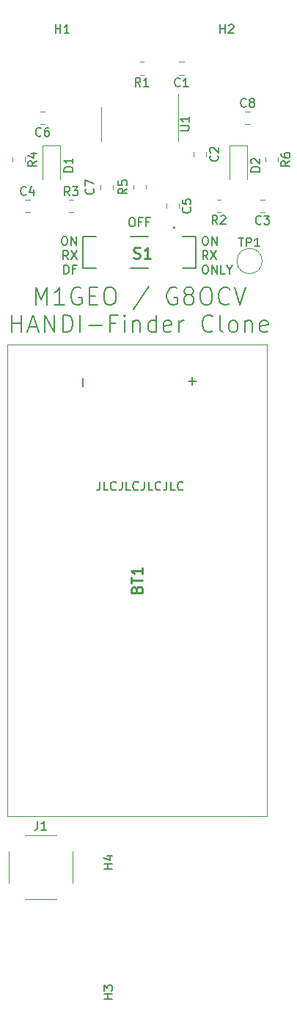
<source format=gto>
%TF.GenerationSoftware,KiCad,Pcbnew,(5.1.10)-1*%
%TF.CreationDate,2022-05-18T17:56:24+01:00*%
%TF.ProjectId,handifinder,68616e64-6966-4696-9e64-65722e6b6963,rev?*%
%TF.SameCoordinates,Original*%
%TF.FileFunction,Legend,Top*%
%TF.FilePolarity,Positive*%
%FSLAX46Y46*%
G04 Gerber Fmt 4.6, Leading zero omitted, Abs format (unit mm)*
G04 Created by KiCad (PCBNEW (5.1.10)-1) date 2022-05-18 17:56:24*
%MOMM*%
%LPD*%
G01*
G04 APERTURE LIST*
%ADD10C,0.150000*%
%ADD11C,0.100000*%
%ADD12C,0.120000*%
%ADD13C,0.200000*%
%ADD14C,0.254000*%
%ADD15C,3.435000*%
%ADD16C,2.000000*%
%ADD17C,2.050000*%
%ADD18C,2.250000*%
%ADD19R,1.200000X0.900000*%
%ADD20C,6.400000*%
%ADD21C,0.800000*%
%ADD22C,1.450000*%
%ADD23C,2.500000*%
G04 APERTURE END LIST*
D10*
X142380952Y-97452380D02*
X142380952Y-98166666D01*
X142333333Y-98309523D01*
X142238095Y-98404761D01*
X142095238Y-98452380D01*
X142000000Y-98452380D01*
X143333333Y-98452380D02*
X142857142Y-98452380D01*
X142857142Y-97452380D01*
X144238095Y-98357142D02*
X144190476Y-98404761D01*
X144047619Y-98452380D01*
X143952380Y-98452380D01*
X143809523Y-98404761D01*
X143714285Y-98309523D01*
X143666666Y-98214285D01*
X143619047Y-98023809D01*
X143619047Y-97880952D01*
X143666666Y-97690476D01*
X143714285Y-97595238D01*
X143809523Y-97500000D01*
X143952380Y-97452380D01*
X144047619Y-97452380D01*
X144190476Y-97500000D01*
X144238095Y-97547619D01*
X144952380Y-97452380D02*
X144952380Y-98166666D01*
X144904761Y-98309523D01*
X144809523Y-98404761D01*
X144666666Y-98452380D01*
X144571428Y-98452380D01*
X145904761Y-98452380D02*
X145428571Y-98452380D01*
X145428571Y-97452380D01*
X146809523Y-98357142D02*
X146761904Y-98404761D01*
X146619047Y-98452380D01*
X146523809Y-98452380D01*
X146380952Y-98404761D01*
X146285714Y-98309523D01*
X146238095Y-98214285D01*
X146190476Y-98023809D01*
X146190476Y-97880952D01*
X146238095Y-97690476D01*
X146285714Y-97595238D01*
X146380952Y-97500000D01*
X146523809Y-97452380D01*
X146619047Y-97452380D01*
X146761904Y-97500000D01*
X146809523Y-97547619D01*
X147523809Y-97452380D02*
X147523809Y-98166666D01*
X147476190Y-98309523D01*
X147380952Y-98404761D01*
X147238095Y-98452380D01*
X147142857Y-98452380D01*
X148476190Y-98452380D02*
X148000000Y-98452380D01*
X148000000Y-97452380D01*
X149380952Y-98357142D02*
X149333333Y-98404761D01*
X149190476Y-98452380D01*
X149095238Y-98452380D01*
X148952380Y-98404761D01*
X148857142Y-98309523D01*
X148809523Y-98214285D01*
X148761904Y-98023809D01*
X148761904Y-97880952D01*
X148809523Y-97690476D01*
X148857142Y-97595238D01*
X148952380Y-97500000D01*
X149095238Y-97452380D01*
X149190476Y-97452380D01*
X149333333Y-97500000D01*
X149380952Y-97547619D01*
X150095238Y-97452380D02*
X150095238Y-98166666D01*
X150047619Y-98309523D01*
X149952380Y-98404761D01*
X149809523Y-98452380D01*
X149714285Y-98452380D01*
X151047619Y-98452380D02*
X150571428Y-98452380D01*
X150571428Y-97452380D01*
X151952380Y-98357142D02*
X151904761Y-98404761D01*
X151761904Y-98452380D01*
X151666666Y-98452380D01*
X151523809Y-98404761D01*
X151428571Y-98309523D01*
X151380952Y-98214285D01*
X151333333Y-98023809D01*
X151333333Y-97880952D01*
X151380952Y-97690476D01*
X151428571Y-97595238D01*
X151523809Y-97500000D01*
X151666666Y-97452380D01*
X151761904Y-97452380D01*
X151904761Y-97500000D01*
X151952380Y-97547619D01*
X146002619Y-67032380D02*
X146193095Y-67032380D01*
X146288333Y-67080000D01*
X146383571Y-67175238D01*
X146431190Y-67365714D01*
X146431190Y-67699047D01*
X146383571Y-67889523D01*
X146288333Y-67984761D01*
X146193095Y-68032380D01*
X146002619Y-68032380D01*
X145907380Y-67984761D01*
X145812142Y-67889523D01*
X145764523Y-67699047D01*
X145764523Y-67365714D01*
X145812142Y-67175238D01*
X145907380Y-67080000D01*
X146002619Y-67032380D01*
X147193095Y-67508571D02*
X146859761Y-67508571D01*
X146859761Y-68032380D02*
X146859761Y-67032380D01*
X147335952Y-67032380D01*
X148050238Y-67508571D02*
X147716904Y-67508571D01*
X147716904Y-68032380D02*
X147716904Y-67032380D01*
X148193095Y-67032380D01*
X154466071Y-69192380D02*
X154656547Y-69192380D01*
X154751785Y-69240000D01*
X154847023Y-69335238D01*
X154894642Y-69525714D01*
X154894642Y-69859047D01*
X154847023Y-70049523D01*
X154751785Y-70144761D01*
X154656547Y-70192380D01*
X154466071Y-70192380D01*
X154370833Y-70144761D01*
X154275595Y-70049523D01*
X154227976Y-69859047D01*
X154227976Y-69525714D01*
X154275595Y-69335238D01*
X154370833Y-69240000D01*
X154466071Y-69192380D01*
X155323214Y-70192380D02*
X155323214Y-69192380D01*
X155894642Y-70192380D01*
X155894642Y-69192380D01*
X154847023Y-71842380D02*
X154513690Y-71366190D01*
X154275595Y-71842380D02*
X154275595Y-70842380D01*
X154656547Y-70842380D01*
X154751785Y-70890000D01*
X154799404Y-70937619D01*
X154847023Y-71032857D01*
X154847023Y-71175714D01*
X154799404Y-71270952D01*
X154751785Y-71318571D01*
X154656547Y-71366190D01*
X154275595Y-71366190D01*
X155180357Y-70842380D02*
X155847023Y-71842380D01*
X155847023Y-70842380D02*
X155180357Y-71842380D01*
X154466071Y-72492380D02*
X154656547Y-72492380D01*
X154751785Y-72540000D01*
X154847023Y-72635238D01*
X154894642Y-72825714D01*
X154894642Y-73159047D01*
X154847023Y-73349523D01*
X154751785Y-73444761D01*
X154656547Y-73492380D01*
X154466071Y-73492380D01*
X154370833Y-73444761D01*
X154275595Y-73349523D01*
X154227976Y-73159047D01*
X154227976Y-72825714D01*
X154275595Y-72635238D01*
X154370833Y-72540000D01*
X154466071Y-72492380D01*
X155323214Y-73492380D02*
X155323214Y-72492380D01*
X155894642Y-73492380D01*
X155894642Y-72492380D01*
X156847023Y-73492380D02*
X156370833Y-73492380D01*
X156370833Y-72492380D01*
X157370833Y-73016190D02*
X157370833Y-73492380D01*
X157037500Y-72492380D02*
X157370833Y-73016190D01*
X157704166Y-72492380D01*
X138205833Y-69192380D02*
X138396309Y-69192380D01*
X138491547Y-69240000D01*
X138586785Y-69335238D01*
X138634404Y-69525714D01*
X138634404Y-69859047D01*
X138586785Y-70049523D01*
X138491547Y-70144761D01*
X138396309Y-70192380D01*
X138205833Y-70192380D01*
X138110595Y-70144761D01*
X138015357Y-70049523D01*
X137967738Y-69859047D01*
X137967738Y-69525714D01*
X138015357Y-69335238D01*
X138110595Y-69240000D01*
X138205833Y-69192380D01*
X139062976Y-70192380D02*
X139062976Y-69192380D01*
X139634404Y-70192380D01*
X139634404Y-69192380D01*
X138729642Y-71842380D02*
X138396309Y-71366190D01*
X138158214Y-71842380D02*
X138158214Y-70842380D01*
X138539166Y-70842380D01*
X138634404Y-70890000D01*
X138682023Y-70937619D01*
X138729642Y-71032857D01*
X138729642Y-71175714D01*
X138682023Y-71270952D01*
X138634404Y-71318571D01*
X138539166Y-71366190D01*
X138158214Y-71366190D01*
X139062976Y-70842380D02*
X139729642Y-71842380D01*
X139729642Y-70842380D02*
X139062976Y-71842380D01*
X138253452Y-73492380D02*
X138253452Y-72492380D01*
X138491547Y-72492380D01*
X138634404Y-72540000D01*
X138729642Y-72635238D01*
X138777261Y-72730476D01*
X138824880Y-72920952D01*
X138824880Y-73063809D01*
X138777261Y-73254285D01*
X138729642Y-73349523D01*
X138634404Y-73444761D01*
X138491547Y-73492380D01*
X138253452Y-73492380D01*
X139586785Y-72968571D02*
X139253452Y-72968571D01*
X139253452Y-73492380D02*
X139253452Y-72492380D01*
X139729642Y-72492380D01*
X134955000Y-77069761D02*
X134955000Y-75069761D01*
X135621666Y-76498333D01*
X136288333Y-75069761D01*
X136288333Y-77069761D01*
X138288333Y-77069761D02*
X137145476Y-77069761D01*
X137716904Y-77069761D02*
X137716904Y-75069761D01*
X137526428Y-75355476D01*
X137335952Y-75545952D01*
X137145476Y-75641190D01*
X140193095Y-75165000D02*
X140002619Y-75069761D01*
X139716904Y-75069761D01*
X139431190Y-75165000D01*
X139240714Y-75355476D01*
X139145476Y-75545952D01*
X139050238Y-75926904D01*
X139050238Y-76212619D01*
X139145476Y-76593571D01*
X139240714Y-76784047D01*
X139431190Y-76974523D01*
X139716904Y-77069761D01*
X139907380Y-77069761D01*
X140193095Y-76974523D01*
X140288333Y-76879285D01*
X140288333Y-76212619D01*
X139907380Y-76212619D01*
X141145476Y-76022142D02*
X141812142Y-76022142D01*
X142097857Y-77069761D02*
X141145476Y-77069761D01*
X141145476Y-75069761D01*
X142097857Y-75069761D01*
X143335952Y-75069761D02*
X143716904Y-75069761D01*
X143907380Y-75165000D01*
X144097857Y-75355476D01*
X144193095Y-75736428D01*
X144193095Y-76403095D01*
X144097857Y-76784047D01*
X143907380Y-76974523D01*
X143716904Y-77069761D01*
X143335952Y-77069761D01*
X143145476Y-76974523D01*
X142955000Y-76784047D01*
X142859761Y-76403095D01*
X142859761Y-75736428D01*
X142955000Y-75355476D01*
X143145476Y-75165000D01*
X143335952Y-75069761D01*
X148002619Y-74974523D02*
X146288333Y-77545952D01*
X151240714Y-75165000D02*
X151050238Y-75069761D01*
X150764523Y-75069761D01*
X150478809Y-75165000D01*
X150288333Y-75355476D01*
X150193095Y-75545952D01*
X150097857Y-75926904D01*
X150097857Y-76212619D01*
X150193095Y-76593571D01*
X150288333Y-76784047D01*
X150478809Y-76974523D01*
X150764523Y-77069761D01*
X150955000Y-77069761D01*
X151240714Y-76974523D01*
X151335952Y-76879285D01*
X151335952Y-76212619D01*
X150955000Y-76212619D01*
X152478809Y-75926904D02*
X152288333Y-75831666D01*
X152193095Y-75736428D01*
X152097857Y-75545952D01*
X152097857Y-75450714D01*
X152193095Y-75260238D01*
X152288333Y-75165000D01*
X152478809Y-75069761D01*
X152859761Y-75069761D01*
X153050238Y-75165000D01*
X153145476Y-75260238D01*
X153240714Y-75450714D01*
X153240714Y-75545952D01*
X153145476Y-75736428D01*
X153050238Y-75831666D01*
X152859761Y-75926904D01*
X152478809Y-75926904D01*
X152288333Y-76022142D01*
X152193095Y-76117380D01*
X152097857Y-76307857D01*
X152097857Y-76688809D01*
X152193095Y-76879285D01*
X152288333Y-76974523D01*
X152478809Y-77069761D01*
X152859761Y-77069761D01*
X153050238Y-76974523D01*
X153145476Y-76879285D01*
X153240714Y-76688809D01*
X153240714Y-76307857D01*
X153145476Y-76117380D01*
X153050238Y-76022142D01*
X152859761Y-75926904D01*
X154478809Y-75069761D02*
X154859761Y-75069761D01*
X155050238Y-75165000D01*
X155240714Y-75355476D01*
X155335952Y-75736428D01*
X155335952Y-76403095D01*
X155240714Y-76784047D01*
X155050238Y-76974523D01*
X154859761Y-77069761D01*
X154478809Y-77069761D01*
X154288333Y-76974523D01*
X154097857Y-76784047D01*
X154002619Y-76403095D01*
X154002619Y-75736428D01*
X154097857Y-75355476D01*
X154288333Y-75165000D01*
X154478809Y-75069761D01*
X157335952Y-76879285D02*
X157240714Y-76974523D01*
X156955000Y-77069761D01*
X156764523Y-77069761D01*
X156478809Y-76974523D01*
X156288333Y-76784047D01*
X156193095Y-76593571D01*
X156097857Y-76212619D01*
X156097857Y-75926904D01*
X156193095Y-75545952D01*
X156288333Y-75355476D01*
X156478809Y-75165000D01*
X156764523Y-75069761D01*
X156955000Y-75069761D01*
X157240714Y-75165000D01*
X157335952Y-75260238D01*
X157907380Y-75069761D02*
X158574047Y-77069761D01*
X159240714Y-75069761D01*
X132193095Y-80219761D02*
X132193095Y-78219761D01*
X132193095Y-79172142D02*
X133335952Y-79172142D01*
X133335952Y-80219761D02*
X133335952Y-78219761D01*
X134193095Y-79648333D02*
X135145476Y-79648333D01*
X134002619Y-80219761D02*
X134669285Y-78219761D01*
X135335952Y-80219761D01*
X136002619Y-80219761D02*
X136002619Y-78219761D01*
X137145476Y-80219761D01*
X137145476Y-78219761D01*
X138097857Y-80219761D02*
X138097857Y-78219761D01*
X138574047Y-78219761D01*
X138859761Y-78315000D01*
X139050238Y-78505476D01*
X139145476Y-78695952D01*
X139240714Y-79076904D01*
X139240714Y-79362619D01*
X139145476Y-79743571D01*
X139050238Y-79934047D01*
X138859761Y-80124523D01*
X138574047Y-80219761D01*
X138097857Y-80219761D01*
X140097857Y-80219761D02*
X140097857Y-78219761D01*
X141050238Y-79457857D02*
X142574047Y-79457857D01*
X144193095Y-79172142D02*
X143526428Y-79172142D01*
X143526428Y-80219761D02*
X143526428Y-78219761D01*
X144478809Y-78219761D01*
X145240714Y-80219761D02*
X145240714Y-78886428D01*
X145240714Y-78219761D02*
X145145476Y-78315000D01*
X145240714Y-78410238D01*
X145335952Y-78315000D01*
X145240714Y-78219761D01*
X145240714Y-78410238D01*
X146193095Y-78886428D02*
X146193095Y-80219761D01*
X146193095Y-79076904D02*
X146288333Y-78981666D01*
X146478809Y-78886428D01*
X146764523Y-78886428D01*
X146955000Y-78981666D01*
X147050238Y-79172142D01*
X147050238Y-80219761D01*
X148859761Y-80219761D02*
X148859761Y-78219761D01*
X148859761Y-80124523D02*
X148669285Y-80219761D01*
X148288333Y-80219761D01*
X148097857Y-80124523D01*
X148002619Y-80029285D01*
X147907380Y-79838809D01*
X147907380Y-79267380D01*
X148002619Y-79076904D01*
X148097857Y-78981666D01*
X148288333Y-78886428D01*
X148669285Y-78886428D01*
X148859761Y-78981666D01*
X150574047Y-80124523D02*
X150383571Y-80219761D01*
X150002619Y-80219761D01*
X149812142Y-80124523D01*
X149716904Y-79934047D01*
X149716904Y-79172142D01*
X149812142Y-78981666D01*
X150002619Y-78886428D01*
X150383571Y-78886428D01*
X150574047Y-78981666D01*
X150669285Y-79172142D01*
X150669285Y-79362619D01*
X149716904Y-79553095D01*
X151526428Y-80219761D02*
X151526428Y-78886428D01*
X151526428Y-79267380D02*
X151621666Y-79076904D01*
X151716904Y-78981666D01*
X151907380Y-78886428D01*
X152097857Y-78886428D01*
X155431190Y-80029285D02*
X155335952Y-80124523D01*
X155050238Y-80219761D01*
X154859761Y-80219761D01*
X154574047Y-80124523D01*
X154383571Y-79934047D01*
X154288333Y-79743571D01*
X154193095Y-79362619D01*
X154193095Y-79076904D01*
X154288333Y-78695952D01*
X154383571Y-78505476D01*
X154574047Y-78315000D01*
X154859761Y-78219761D01*
X155050238Y-78219761D01*
X155335952Y-78315000D01*
X155431190Y-78410238D01*
X156574047Y-80219761D02*
X156383571Y-80124523D01*
X156288333Y-79934047D01*
X156288333Y-78219761D01*
X157621666Y-80219761D02*
X157431190Y-80124523D01*
X157335952Y-80029285D01*
X157240714Y-79838809D01*
X157240714Y-79267380D01*
X157335952Y-79076904D01*
X157431190Y-78981666D01*
X157621666Y-78886428D01*
X157907380Y-78886428D01*
X158097857Y-78981666D01*
X158193095Y-79076904D01*
X158288333Y-79267380D01*
X158288333Y-79838809D01*
X158193095Y-80029285D01*
X158097857Y-80124523D01*
X157907380Y-80219761D01*
X157621666Y-80219761D01*
X159145476Y-78886428D02*
X159145476Y-80219761D01*
X159145476Y-79076904D02*
X159240714Y-78981666D01*
X159431190Y-78886428D01*
X159716904Y-78886428D01*
X159907380Y-78981666D01*
X160002619Y-79172142D01*
X160002619Y-80219761D01*
X161716904Y-80124523D02*
X161526428Y-80219761D01*
X161145476Y-80219761D01*
X160955000Y-80124523D01*
X160859761Y-79934047D01*
X160859761Y-79172142D01*
X160955000Y-78981666D01*
X161145476Y-78886428D01*
X161526428Y-78886428D01*
X161716904Y-78981666D01*
X161812142Y-79172142D01*
X161812142Y-79362619D01*
X160859761Y-79553095D01*
D11*
%TO.C,BT1*%
X161685000Y-136030000D02*
X131715000Y-136030000D01*
X161685000Y-81680000D02*
X161685000Y-136030000D01*
X131715000Y-81680000D02*
X161685000Y-81680000D01*
X131715000Y-136030000D02*
X131715000Y-81680000D01*
D12*
%TO.C,J1*%
X133725000Y-138195000D02*
X137325000Y-138195000D01*
X133725000Y-145555000D02*
X137325000Y-145555000D01*
X139205000Y-140075000D02*
X139205000Y-143675000D01*
X131845000Y-140075000D02*
X131845000Y-143675000D01*
%TO.C,D1*%
X137795000Y-58725000D02*
X137795000Y-62625000D01*
X135795000Y-58725000D02*
X135795000Y-62625000D01*
X137795000Y-58725000D02*
X135795000Y-58725000D01*
%TO.C,C1*%
X152063752Y-50535000D02*
X151541248Y-50535000D01*
X152063752Y-49065000D02*
X151541248Y-49065000D01*
%TO.C,C2*%
X154675000Y-59466248D02*
X154675000Y-59988752D01*
X153205000Y-59466248D02*
X153205000Y-59988752D01*
%TO.C,C3*%
X161418752Y-64940000D02*
X160896248Y-64940000D01*
X161418752Y-66410000D02*
X160896248Y-66410000D01*
%TO.C,C4*%
X133761248Y-64940000D02*
X134283752Y-64940000D01*
X133761248Y-66410000D02*
X134283752Y-66410000D01*
%TO.C,C5*%
X150030000Y-65413748D02*
X150030000Y-65936252D01*
X151500000Y-65413748D02*
X151500000Y-65936252D01*
%TO.C,C6*%
X136018752Y-54780000D02*
X135496248Y-54780000D01*
X136018752Y-56250000D02*
X135496248Y-56250000D01*
%TO.C,C7*%
X143880000Y-63276248D02*
X143880000Y-63798752D01*
X142410000Y-63276248D02*
X142410000Y-63798752D01*
%TO.C,C8*%
X159161248Y-56250000D02*
X159683752Y-56250000D01*
X159161248Y-54780000D02*
X159683752Y-54780000D01*
%TO.C,D2*%
X159385000Y-58725000D02*
X157385000Y-58725000D01*
X157385000Y-58725000D02*
X157385000Y-62625000D01*
X159385000Y-58725000D02*
X159385000Y-62625000D01*
%TO.C,R1*%
X147452064Y-49065000D02*
X146997936Y-49065000D01*
X147452064Y-50535000D02*
X146997936Y-50535000D01*
%TO.C,R2*%
X156342064Y-66410000D02*
X155887936Y-66410000D01*
X156342064Y-64940000D02*
X155887936Y-64940000D01*
%TO.C,R3*%
X138837936Y-66410000D02*
X139292064Y-66410000D01*
X138837936Y-64940000D02*
X139292064Y-64940000D01*
%TO.C,R4*%
X133720000Y-60097936D02*
X133720000Y-60552064D01*
X132250000Y-60097936D02*
X132250000Y-60552064D01*
%TO.C,R5*%
X147690000Y-63272936D02*
X147690000Y-63727064D01*
X146220000Y-63272936D02*
X146220000Y-63727064D01*
%TO.C,R6*%
X161460000Y-60097936D02*
X161460000Y-60552064D01*
X162930000Y-60097936D02*
X162930000Y-60552064D01*
D13*
%TO.C,S1*%
X151064000Y-68203000D02*
G75*
G03*
X151064000Y-68203000I-90000J0D01*
G01*
X147955000Y-69210000D02*
X145955000Y-69210000D01*
X147955000Y-72810000D02*
X145955000Y-72810000D01*
X140455000Y-69210000D02*
X141955000Y-69210000D01*
X140455000Y-72810000D02*
X141955000Y-72810000D01*
X153455000Y-69210000D02*
X151955000Y-69210000D01*
X153455000Y-72810000D02*
X151955000Y-72810000D01*
X140455000Y-69210000D02*
X140455000Y-72810000D01*
X153455000Y-72810000D02*
X153455000Y-69210000D01*
D12*
%TO.C,TP1*%
X161105000Y-72025000D02*
G75*
G03*
X161105000Y-72025000I-1450000J0D01*
G01*
%TO.C,U1*%
X151390000Y-56215000D02*
X151390000Y-52765000D01*
X151390000Y-56215000D02*
X151390000Y-58165000D01*
X142520000Y-56215000D02*
X142520000Y-54265000D01*
X142520000Y-56215000D02*
X142520000Y-58165000D01*
%TO.C,BT1*%
D14*
X146609285Y-109852857D02*
X146669761Y-109671428D01*
X146730238Y-109610952D01*
X146851190Y-109550476D01*
X147032619Y-109550476D01*
X147153571Y-109610952D01*
X147214047Y-109671428D01*
X147274523Y-109792380D01*
X147274523Y-110276190D01*
X146004523Y-110276190D01*
X146004523Y-109852857D01*
X146065000Y-109731904D01*
X146125476Y-109671428D01*
X146246428Y-109610952D01*
X146367380Y-109610952D01*
X146488333Y-109671428D01*
X146548809Y-109731904D01*
X146609285Y-109852857D01*
X146609285Y-110276190D01*
X146004523Y-109187619D02*
X146004523Y-108461904D01*
X147274523Y-108824761D02*
X146004523Y-108824761D01*
X147274523Y-107373333D02*
X147274523Y-108099047D01*
X147274523Y-107736190D02*
X146004523Y-107736190D01*
X146185952Y-107857142D01*
X146306904Y-107978095D01*
X146367380Y-108099047D01*
D10*
X153055714Y-86338809D02*
X153055714Y-85371190D01*
X153539523Y-85855000D02*
X152571904Y-85855000D01*
X140440714Y-86478809D02*
X140440714Y-85511190D01*
%TO.C,J1*%
X135191666Y-136577380D02*
X135191666Y-137291666D01*
X135144047Y-137434523D01*
X135048809Y-137529761D01*
X134905952Y-137577380D01*
X134810714Y-137577380D01*
X136191666Y-137577380D02*
X135620238Y-137577380D01*
X135905952Y-137577380D02*
X135905952Y-136577380D01*
X135810714Y-136720238D01*
X135715476Y-136815476D01*
X135620238Y-136863095D01*
%TO.C,D1*%
X139247380Y-61713095D02*
X138247380Y-61713095D01*
X138247380Y-61475000D01*
X138295000Y-61332142D01*
X138390238Y-61236904D01*
X138485476Y-61189285D01*
X138675952Y-61141666D01*
X138818809Y-61141666D01*
X139009285Y-61189285D01*
X139104523Y-61236904D01*
X139199761Y-61332142D01*
X139247380Y-61475000D01*
X139247380Y-61713095D01*
X139247380Y-60189285D02*
X139247380Y-60760714D01*
X139247380Y-60475000D02*
X138247380Y-60475000D01*
X138390238Y-60570238D01*
X138485476Y-60665476D01*
X138533095Y-60760714D01*
%TO.C,C1*%
X151635833Y-51837142D02*
X151588214Y-51884761D01*
X151445357Y-51932380D01*
X151350119Y-51932380D01*
X151207261Y-51884761D01*
X151112023Y-51789523D01*
X151064404Y-51694285D01*
X151016785Y-51503809D01*
X151016785Y-51360952D01*
X151064404Y-51170476D01*
X151112023Y-51075238D01*
X151207261Y-50980000D01*
X151350119Y-50932380D01*
X151445357Y-50932380D01*
X151588214Y-50980000D01*
X151635833Y-51027619D01*
X152588214Y-51932380D02*
X152016785Y-51932380D01*
X152302500Y-51932380D02*
X152302500Y-50932380D01*
X152207261Y-51075238D01*
X152112023Y-51170476D01*
X152016785Y-51218095D01*
%TO.C,C2*%
X155977142Y-59894166D02*
X156024761Y-59941785D01*
X156072380Y-60084642D01*
X156072380Y-60179880D01*
X156024761Y-60322738D01*
X155929523Y-60417976D01*
X155834285Y-60465595D01*
X155643809Y-60513214D01*
X155500952Y-60513214D01*
X155310476Y-60465595D01*
X155215238Y-60417976D01*
X155120000Y-60322738D01*
X155072380Y-60179880D01*
X155072380Y-60084642D01*
X155120000Y-59941785D01*
X155167619Y-59894166D01*
X155167619Y-59513214D02*
X155120000Y-59465595D01*
X155072380Y-59370357D01*
X155072380Y-59132261D01*
X155120000Y-59037023D01*
X155167619Y-58989404D01*
X155262857Y-58941785D01*
X155358095Y-58941785D01*
X155500952Y-58989404D01*
X156072380Y-59560833D01*
X156072380Y-58941785D01*
%TO.C,C3*%
X160990833Y-67712142D02*
X160943214Y-67759761D01*
X160800357Y-67807380D01*
X160705119Y-67807380D01*
X160562261Y-67759761D01*
X160467023Y-67664523D01*
X160419404Y-67569285D01*
X160371785Y-67378809D01*
X160371785Y-67235952D01*
X160419404Y-67045476D01*
X160467023Y-66950238D01*
X160562261Y-66855000D01*
X160705119Y-66807380D01*
X160800357Y-66807380D01*
X160943214Y-66855000D01*
X160990833Y-66902619D01*
X161324166Y-66807380D02*
X161943214Y-66807380D01*
X161609880Y-67188333D01*
X161752738Y-67188333D01*
X161847976Y-67235952D01*
X161895595Y-67283571D01*
X161943214Y-67378809D01*
X161943214Y-67616904D01*
X161895595Y-67712142D01*
X161847976Y-67759761D01*
X161752738Y-67807380D01*
X161467023Y-67807380D01*
X161371785Y-67759761D01*
X161324166Y-67712142D01*
%TO.C,C4*%
X133855833Y-64352142D02*
X133808214Y-64399761D01*
X133665357Y-64447380D01*
X133570119Y-64447380D01*
X133427261Y-64399761D01*
X133332023Y-64304523D01*
X133284404Y-64209285D01*
X133236785Y-64018809D01*
X133236785Y-63875952D01*
X133284404Y-63685476D01*
X133332023Y-63590238D01*
X133427261Y-63495000D01*
X133570119Y-63447380D01*
X133665357Y-63447380D01*
X133808214Y-63495000D01*
X133855833Y-63542619D01*
X134712976Y-63780714D02*
X134712976Y-64447380D01*
X134474880Y-63399761D02*
X134236785Y-64114047D01*
X134855833Y-64114047D01*
%TO.C,C5*%
X152802142Y-65841666D02*
X152849761Y-65889285D01*
X152897380Y-66032142D01*
X152897380Y-66127380D01*
X152849761Y-66270238D01*
X152754523Y-66365476D01*
X152659285Y-66413095D01*
X152468809Y-66460714D01*
X152325952Y-66460714D01*
X152135476Y-66413095D01*
X152040238Y-66365476D01*
X151945000Y-66270238D01*
X151897380Y-66127380D01*
X151897380Y-66032142D01*
X151945000Y-65889285D01*
X151992619Y-65841666D01*
X151897380Y-64936904D02*
X151897380Y-65413095D01*
X152373571Y-65460714D01*
X152325952Y-65413095D01*
X152278333Y-65317857D01*
X152278333Y-65079761D01*
X152325952Y-64984523D01*
X152373571Y-64936904D01*
X152468809Y-64889285D01*
X152706904Y-64889285D01*
X152802142Y-64936904D01*
X152849761Y-64984523D01*
X152897380Y-65079761D01*
X152897380Y-65317857D01*
X152849761Y-65413095D01*
X152802142Y-65460714D01*
%TO.C,C6*%
X135590833Y-57552142D02*
X135543214Y-57599761D01*
X135400357Y-57647380D01*
X135305119Y-57647380D01*
X135162261Y-57599761D01*
X135067023Y-57504523D01*
X135019404Y-57409285D01*
X134971785Y-57218809D01*
X134971785Y-57075952D01*
X135019404Y-56885476D01*
X135067023Y-56790238D01*
X135162261Y-56695000D01*
X135305119Y-56647380D01*
X135400357Y-56647380D01*
X135543214Y-56695000D01*
X135590833Y-56742619D01*
X136447976Y-56647380D02*
X136257500Y-56647380D01*
X136162261Y-56695000D01*
X136114642Y-56742619D01*
X136019404Y-56885476D01*
X135971785Y-57075952D01*
X135971785Y-57456904D01*
X136019404Y-57552142D01*
X136067023Y-57599761D01*
X136162261Y-57647380D01*
X136352738Y-57647380D01*
X136447976Y-57599761D01*
X136495595Y-57552142D01*
X136543214Y-57456904D01*
X136543214Y-57218809D01*
X136495595Y-57123571D01*
X136447976Y-57075952D01*
X136352738Y-57028333D01*
X136162261Y-57028333D01*
X136067023Y-57075952D01*
X136019404Y-57123571D01*
X135971785Y-57218809D01*
%TO.C,C7*%
X141597142Y-63704166D02*
X141644761Y-63751785D01*
X141692380Y-63894642D01*
X141692380Y-63989880D01*
X141644761Y-64132738D01*
X141549523Y-64227976D01*
X141454285Y-64275595D01*
X141263809Y-64323214D01*
X141120952Y-64323214D01*
X140930476Y-64275595D01*
X140835238Y-64227976D01*
X140740000Y-64132738D01*
X140692380Y-63989880D01*
X140692380Y-63894642D01*
X140740000Y-63751785D01*
X140787619Y-63704166D01*
X140692380Y-63370833D02*
X140692380Y-62704166D01*
X141692380Y-63132738D01*
%TO.C,C8*%
X159255833Y-54192142D02*
X159208214Y-54239761D01*
X159065357Y-54287380D01*
X158970119Y-54287380D01*
X158827261Y-54239761D01*
X158732023Y-54144523D01*
X158684404Y-54049285D01*
X158636785Y-53858809D01*
X158636785Y-53715952D01*
X158684404Y-53525476D01*
X158732023Y-53430238D01*
X158827261Y-53335000D01*
X158970119Y-53287380D01*
X159065357Y-53287380D01*
X159208214Y-53335000D01*
X159255833Y-53382619D01*
X159827261Y-53715952D02*
X159732023Y-53668333D01*
X159684404Y-53620714D01*
X159636785Y-53525476D01*
X159636785Y-53477857D01*
X159684404Y-53382619D01*
X159732023Y-53335000D01*
X159827261Y-53287380D01*
X160017738Y-53287380D01*
X160112976Y-53335000D01*
X160160595Y-53382619D01*
X160208214Y-53477857D01*
X160208214Y-53525476D01*
X160160595Y-53620714D01*
X160112976Y-53668333D01*
X160017738Y-53715952D01*
X159827261Y-53715952D01*
X159732023Y-53763571D01*
X159684404Y-53811190D01*
X159636785Y-53906428D01*
X159636785Y-54096904D01*
X159684404Y-54192142D01*
X159732023Y-54239761D01*
X159827261Y-54287380D01*
X160017738Y-54287380D01*
X160112976Y-54239761D01*
X160160595Y-54192142D01*
X160208214Y-54096904D01*
X160208214Y-53906428D01*
X160160595Y-53811190D01*
X160112976Y-53763571D01*
X160017738Y-53715952D01*
%TO.C,D2*%
X160837380Y-61713095D02*
X159837380Y-61713095D01*
X159837380Y-61475000D01*
X159885000Y-61332142D01*
X159980238Y-61236904D01*
X160075476Y-61189285D01*
X160265952Y-61141666D01*
X160408809Y-61141666D01*
X160599285Y-61189285D01*
X160694523Y-61236904D01*
X160789761Y-61332142D01*
X160837380Y-61475000D01*
X160837380Y-61713095D01*
X159932619Y-60760714D02*
X159885000Y-60713095D01*
X159837380Y-60617857D01*
X159837380Y-60379761D01*
X159885000Y-60284523D01*
X159932619Y-60236904D01*
X160027857Y-60189285D01*
X160123095Y-60189285D01*
X160265952Y-60236904D01*
X160837380Y-60808333D01*
X160837380Y-60189285D01*
%TO.C,H1*%
X137258095Y-45767380D02*
X137258095Y-44767380D01*
X137258095Y-45243571D02*
X137829523Y-45243571D01*
X137829523Y-45767380D02*
X137829523Y-44767380D01*
X138829523Y-45767380D02*
X138258095Y-45767380D01*
X138543809Y-45767380D02*
X138543809Y-44767380D01*
X138448571Y-44910238D01*
X138353333Y-45005476D01*
X138258095Y-45053095D01*
%TO.C,H2*%
X156258095Y-45767380D02*
X156258095Y-44767380D01*
X156258095Y-45243571D02*
X156829523Y-45243571D01*
X156829523Y-45767380D02*
X156829523Y-44767380D01*
X157258095Y-44862619D02*
X157305714Y-44815000D01*
X157400952Y-44767380D01*
X157639047Y-44767380D01*
X157734285Y-44815000D01*
X157781904Y-44862619D01*
X157829523Y-44957857D01*
X157829523Y-45053095D01*
X157781904Y-45195952D01*
X157210476Y-45767380D01*
X157829523Y-45767380D01*
%TO.C,R1*%
X147058333Y-51902380D02*
X146725000Y-51426190D01*
X146486904Y-51902380D02*
X146486904Y-50902380D01*
X146867857Y-50902380D01*
X146963095Y-50950000D01*
X147010714Y-50997619D01*
X147058333Y-51092857D01*
X147058333Y-51235714D01*
X147010714Y-51330952D01*
X146963095Y-51378571D01*
X146867857Y-51426190D01*
X146486904Y-51426190D01*
X148010714Y-51902380D02*
X147439285Y-51902380D01*
X147725000Y-51902380D02*
X147725000Y-50902380D01*
X147629761Y-51045238D01*
X147534523Y-51140476D01*
X147439285Y-51188095D01*
%TO.C,R2*%
X155948333Y-67777380D02*
X155615000Y-67301190D01*
X155376904Y-67777380D02*
X155376904Y-66777380D01*
X155757857Y-66777380D01*
X155853095Y-66825000D01*
X155900714Y-66872619D01*
X155948333Y-66967857D01*
X155948333Y-67110714D01*
X155900714Y-67205952D01*
X155853095Y-67253571D01*
X155757857Y-67301190D01*
X155376904Y-67301190D01*
X156329285Y-66872619D02*
X156376904Y-66825000D01*
X156472142Y-66777380D01*
X156710238Y-66777380D01*
X156805476Y-66825000D01*
X156853095Y-66872619D01*
X156900714Y-66967857D01*
X156900714Y-67063095D01*
X156853095Y-67205952D01*
X156281666Y-67777380D01*
X156900714Y-67777380D01*
%TO.C,R3*%
X138898333Y-64477380D02*
X138565000Y-64001190D01*
X138326904Y-64477380D02*
X138326904Y-63477380D01*
X138707857Y-63477380D01*
X138803095Y-63525000D01*
X138850714Y-63572619D01*
X138898333Y-63667857D01*
X138898333Y-63810714D01*
X138850714Y-63905952D01*
X138803095Y-63953571D01*
X138707857Y-64001190D01*
X138326904Y-64001190D01*
X139231666Y-63477380D02*
X139850714Y-63477380D01*
X139517380Y-63858333D01*
X139660238Y-63858333D01*
X139755476Y-63905952D01*
X139803095Y-63953571D01*
X139850714Y-64048809D01*
X139850714Y-64286904D01*
X139803095Y-64382142D01*
X139755476Y-64429761D01*
X139660238Y-64477380D01*
X139374523Y-64477380D01*
X139279285Y-64429761D01*
X139231666Y-64382142D01*
%TO.C,R4*%
X135087380Y-60491666D02*
X134611190Y-60825000D01*
X135087380Y-61063095D02*
X134087380Y-61063095D01*
X134087380Y-60682142D01*
X134135000Y-60586904D01*
X134182619Y-60539285D01*
X134277857Y-60491666D01*
X134420714Y-60491666D01*
X134515952Y-60539285D01*
X134563571Y-60586904D01*
X134611190Y-60682142D01*
X134611190Y-61063095D01*
X134420714Y-59634523D02*
X135087380Y-59634523D01*
X134039761Y-59872619D02*
X134754047Y-60110714D01*
X134754047Y-59491666D01*
%TO.C,R5*%
X145502380Y-63666666D02*
X145026190Y-64000000D01*
X145502380Y-64238095D02*
X144502380Y-64238095D01*
X144502380Y-63857142D01*
X144550000Y-63761904D01*
X144597619Y-63714285D01*
X144692857Y-63666666D01*
X144835714Y-63666666D01*
X144930952Y-63714285D01*
X144978571Y-63761904D01*
X145026190Y-63857142D01*
X145026190Y-64238095D01*
X144502380Y-62761904D02*
X144502380Y-63238095D01*
X144978571Y-63285714D01*
X144930952Y-63238095D01*
X144883333Y-63142857D01*
X144883333Y-62904761D01*
X144930952Y-62809523D01*
X144978571Y-62761904D01*
X145073809Y-62714285D01*
X145311904Y-62714285D01*
X145407142Y-62761904D01*
X145454761Y-62809523D01*
X145502380Y-62904761D01*
X145502380Y-63142857D01*
X145454761Y-63238095D01*
X145407142Y-63285714D01*
%TO.C,R6*%
X164297380Y-60491666D02*
X163821190Y-60825000D01*
X164297380Y-61063095D02*
X163297380Y-61063095D01*
X163297380Y-60682142D01*
X163345000Y-60586904D01*
X163392619Y-60539285D01*
X163487857Y-60491666D01*
X163630714Y-60491666D01*
X163725952Y-60539285D01*
X163773571Y-60586904D01*
X163821190Y-60682142D01*
X163821190Y-61063095D01*
X163297380Y-59634523D02*
X163297380Y-59825000D01*
X163345000Y-59920238D01*
X163392619Y-59967857D01*
X163535476Y-60063095D01*
X163725952Y-60110714D01*
X164106904Y-60110714D01*
X164202142Y-60063095D01*
X164249761Y-60015476D01*
X164297380Y-59920238D01*
X164297380Y-59729761D01*
X164249761Y-59634523D01*
X164202142Y-59586904D01*
X164106904Y-59539285D01*
X163868809Y-59539285D01*
X163773571Y-59586904D01*
X163725952Y-59634523D01*
X163678333Y-59729761D01*
X163678333Y-59920238D01*
X163725952Y-60015476D01*
X163773571Y-60063095D01*
X163868809Y-60110714D01*
%TO.C,S1*%
D14*
X146294380Y-71651047D02*
X146475809Y-71711523D01*
X146778190Y-71711523D01*
X146899142Y-71651047D01*
X146959619Y-71590571D01*
X147020095Y-71469619D01*
X147020095Y-71348666D01*
X146959619Y-71227714D01*
X146899142Y-71167238D01*
X146778190Y-71106761D01*
X146536285Y-71046285D01*
X146415333Y-70985809D01*
X146354857Y-70925333D01*
X146294380Y-70804380D01*
X146294380Y-70683428D01*
X146354857Y-70562476D01*
X146415333Y-70502000D01*
X146536285Y-70441523D01*
X146838666Y-70441523D01*
X147020095Y-70502000D01*
X148229619Y-71711523D02*
X147503904Y-71711523D01*
X147866761Y-71711523D02*
X147866761Y-70441523D01*
X147745809Y-70622952D01*
X147624857Y-70743904D01*
X147503904Y-70804380D01*
%TO.C,TP1*%
D10*
X158393095Y-69329380D02*
X158964523Y-69329380D01*
X158678809Y-70329380D02*
X158678809Y-69329380D01*
X159297857Y-70329380D02*
X159297857Y-69329380D01*
X159678809Y-69329380D01*
X159774047Y-69377000D01*
X159821666Y-69424619D01*
X159869285Y-69519857D01*
X159869285Y-69662714D01*
X159821666Y-69757952D01*
X159774047Y-69805571D01*
X159678809Y-69853190D01*
X159297857Y-69853190D01*
X160821666Y-70329380D02*
X160250238Y-70329380D01*
X160535952Y-70329380D02*
X160535952Y-69329380D01*
X160440714Y-69472238D01*
X160345476Y-69567476D01*
X160250238Y-69615095D01*
%TO.C,U1*%
X151687380Y-56976904D02*
X152496904Y-56976904D01*
X152592142Y-56929285D01*
X152639761Y-56881666D01*
X152687380Y-56786428D01*
X152687380Y-56595952D01*
X152639761Y-56500714D01*
X152592142Y-56453095D01*
X152496904Y-56405476D01*
X151687380Y-56405476D01*
X152687380Y-55405476D02*
X152687380Y-55976904D01*
X152687380Y-55691190D02*
X151687380Y-55691190D01*
X151830238Y-55786428D01*
X151925476Y-55881666D01*
X151973095Y-55976904D01*
%TO.C,H3*%
X143842380Y-157076904D02*
X142842380Y-157076904D01*
X143318571Y-157076904D02*
X143318571Y-156505476D01*
X143842380Y-156505476D02*
X142842380Y-156505476D01*
X142842380Y-156124523D02*
X142842380Y-155505476D01*
X143223333Y-155838809D01*
X143223333Y-155695952D01*
X143270952Y-155600714D01*
X143318571Y-155553095D01*
X143413809Y-155505476D01*
X143651904Y-155505476D01*
X143747142Y-155553095D01*
X143794761Y-155600714D01*
X143842380Y-155695952D01*
X143842380Y-155981666D01*
X143794761Y-156076904D01*
X143747142Y-156124523D01*
%TO.C,H4*%
X143842380Y-142076904D02*
X142842380Y-142076904D01*
X143318571Y-142076904D02*
X143318571Y-141505476D01*
X143842380Y-141505476D02*
X142842380Y-141505476D01*
X143175714Y-140600714D02*
X143842380Y-140600714D01*
X142794761Y-140838809D02*
X143509047Y-141076904D01*
X143509047Y-140457857D01*
%TD*%
%LPC*%
D15*
%TO.C,BT1*%
X157875000Y-108855000D03*
X135525000Y-122335000D03*
X135525000Y-95365000D03*
D16*
X152965000Y-83765000D03*
X140265000Y-83765000D03*
%TD*%
D17*
%TO.C,J1*%
X135525000Y-141875000D03*
D18*
X138065000Y-144415000D03*
X138065000Y-139335000D03*
X132985000Y-139335000D03*
X132985000Y-144415000D03*
%TD*%
D19*
%TO.C,D1*%
X136795000Y-59325000D03*
X136795000Y-62625000D03*
%TD*%
%TO.C,C1*%
G36*
G01*
X151352500Y-49325000D02*
X151352500Y-50275000D01*
G75*
G02*
X151102500Y-50525000I-250000J0D01*
G01*
X150427500Y-50525000D01*
G75*
G02*
X150177500Y-50275000I0J250000D01*
G01*
X150177500Y-49325000D01*
G75*
G02*
X150427500Y-49075000I250000J0D01*
G01*
X151102500Y-49075000D01*
G75*
G02*
X151352500Y-49325000I0J-250000D01*
G01*
G37*
G36*
G01*
X153427500Y-49325000D02*
X153427500Y-50275000D01*
G75*
G02*
X153177500Y-50525000I-250000J0D01*
G01*
X152502500Y-50525000D01*
G75*
G02*
X152252500Y-50275000I0J250000D01*
G01*
X152252500Y-49325000D01*
G75*
G02*
X152502500Y-49075000I250000J0D01*
G01*
X153177500Y-49075000D01*
G75*
G02*
X153427500Y-49325000I0J-250000D01*
G01*
G37*
%TD*%
%TO.C,C2*%
G36*
G01*
X153465000Y-60177500D02*
X154415000Y-60177500D01*
G75*
G02*
X154665000Y-60427500I0J-250000D01*
G01*
X154665000Y-61102500D01*
G75*
G02*
X154415000Y-61352500I-250000J0D01*
G01*
X153465000Y-61352500D01*
G75*
G02*
X153215000Y-61102500I0J250000D01*
G01*
X153215000Y-60427500D01*
G75*
G02*
X153465000Y-60177500I250000J0D01*
G01*
G37*
G36*
G01*
X153465000Y-58102500D02*
X154415000Y-58102500D01*
G75*
G02*
X154665000Y-58352500I0J-250000D01*
G01*
X154665000Y-59027500D01*
G75*
G02*
X154415000Y-59277500I-250000J0D01*
G01*
X153465000Y-59277500D01*
G75*
G02*
X153215000Y-59027500I0J250000D01*
G01*
X153215000Y-58352500D01*
G75*
G02*
X153465000Y-58102500I250000J0D01*
G01*
G37*
%TD*%
%TO.C,C3*%
G36*
G01*
X162782500Y-65200000D02*
X162782500Y-66150000D01*
G75*
G02*
X162532500Y-66400000I-250000J0D01*
G01*
X161857500Y-66400000D01*
G75*
G02*
X161607500Y-66150000I0J250000D01*
G01*
X161607500Y-65200000D01*
G75*
G02*
X161857500Y-64950000I250000J0D01*
G01*
X162532500Y-64950000D01*
G75*
G02*
X162782500Y-65200000I0J-250000D01*
G01*
G37*
G36*
G01*
X160707500Y-65200000D02*
X160707500Y-66150000D01*
G75*
G02*
X160457500Y-66400000I-250000J0D01*
G01*
X159782500Y-66400000D01*
G75*
G02*
X159532500Y-66150000I0J250000D01*
G01*
X159532500Y-65200000D01*
G75*
G02*
X159782500Y-64950000I250000J0D01*
G01*
X160457500Y-64950000D01*
G75*
G02*
X160707500Y-65200000I0J-250000D01*
G01*
G37*
%TD*%
%TO.C,C4*%
G36*
G01*
X134472500Y-66150000D02*
X134472500Y-65200000D01*
G75*
G02*
X134722500Y-64950000I250000J0D01*
G01*
X135397500Y-64950000D01*
G75*
G02*
X135647500Y-65200000I0J-250000D01*
G01*
X135647500Y-66150000D01*
G75*
G02*
X135397500Y-66400000I-250000J0D01*
G01*
X134722500Y-66400000D01*
G75*
G02*
X134472500Y-66150000I0J250000D01*
G01*
G37*
G36*
G01*
X132397500Y-66150000D02*
X132397500Y-65200000D01*
G75*
G02*
X132647500Y-64950000I250000J0D01*
G01*
X133322500Y-64950000D01*
G75*
G02*
X133572500Y-65200000I0J-250000D01*
G01*
X133572500Y-66150000D01*
G75*
G02*
X133322500Y-66400000I-250000J0D01*
G01*
X132647500Y-66400000D01*
G75*
G02*
X132397500Y-66150000I0J250000D01*
G01*
G37*
%TD*%
%TO.C,C5*%
G36*
G01*
X150290000Y-64050000D02*
X151240000Y-64050000D01*
G75*
G02*
X151490000Y-64300000I0J-250000D01*
G01*
X151490000Y-64975000D01*
G75*
G02*
X151240000Y-65225000I-250000J0D01*
G01*
X150290000Y-65225000D01*
G75*
G02*
X150040000Y-64975000I0J250000D01*
G01*
X150040000Y-64300000D01*
G75*
G02*
X150290000Y-64050000I250000J0D01*
G01*
G37*
G36*
G01*
X150290000Y-66125000D02*
X151240000Y-66125000D01*
G75*
G02*
X151490000Y-66375000I0J-250000D01*
G01*
X151490000Y-67050000D01*
G75*
G02*
X151240000Y-67300000I-250000J0D01*
G01*
X150290000Y-67300000D01*
G75*
G02*
X150040000Y-67050000I0J250000D01*
G01*
X150040000Y-66375000D01*
G75*
G02*
X150290000Y-66125000I250000J0D01*
G01*
G37*
%TD*%
%TO.C,C6*%
G36*
G01*
X137382500Y-55040000D02*
X137382500Y-55990000D01*
G75*
G02*
X137132500Y-56240000I-250000J0D01*
G01*
X136457500Y-56240000D01*
G75*
G02*
X136207500Y-55990000I0J250000D01*
G01*
X136207500Y-55040000D01*
G75*
G02*
X136457500Y-54790000I250000J0D01*
G01*
X137132500Y-54790000D01*
G75*
G02*
X137382500Y-55040000I0J-250000D01*
G01*
G37*
G36*
G01*
X135307500Y-55040000D02*
X135307500Y-55990000D01*
G75*
G02*
X135057500Y-56240000I-250000J0D01*
G01*
X134382500Y-56240000D01*
G75*
G02*
X134132500Y-55990000I0J250000D01*
G01*
X134132500Y-55040000D01*
G75*
G02*
X134382500Y-54790000I250000J0D01*
G01*
X135057500Y-54790000D01*
G75*
G02*
X135307500Y-55040000I0J-250000D01*
G01*
G37*
%TD*%
%TO.C,C7*%
G36*
G01*
X142670000Y-63987500D02*
X143620000Y-63987500D01*
G75*
G02*
X143870000Y-64237500I0J-250000D01*
G01*
X143870000Y-64912500D01*
G75*
G02*
X143620000Y-65162500I-250000J0D01*
G01*
X142670000Y-65162500D01*
G75*
G02*
X142420000Y-64912500I0J250000D01*
G01*
X142420000Y-64237500D01*
G75*
G02*
X142670000Y-63987500I250000J0D01*
G01*
G37*
G36*
G01*
X142670000Y-61912500D02*
X143620000Y-61912500D01*
G75*
G02*
X143870000Y-62162500I0J-250000D01*
G01*
X143870000Y-62837500D01*
G75*
G02*
X143620000Y-63087500I-250000J0D01*
G01*
X142670000Y-63087500D01*
G75*
G02*
X142420000Y-62837500I0J250000D01*
G01*
X142420000Y-62162500D01*
G75*
G02*
X142670000Y-61912500I250000J0D01*
G01*
G37*
%TD*%
%TO.C,C8*%
G36*
G01*
X157797500Y-55990000D02*
X157797500Y-55040000D01*
G75*
G02*
X158047500Y-54790000I250000J0D01*
G01*
X158722500Y-54790000D01*
G75*
G02*
X158972500Y-55040000I0J-250000D01*
G01*
X158972500Y-55990000D01*
G75*
G02*
X158722500Y-56240000I-250000J0D01*
G01*
X158047500Y-56240000D01*
G75*
G02*
X157797500Y-55990000I0J250000D01*
G01*
G37*
G36*
G01*
X159872500Y-55990000D02*
X159872500Y-55040000D01*
G75*
G02*
X160122500Y-54790000I250000J0D01*
G01*
X160797500Y-54790000D01*
G75*
G02*
X161047500Y-55040000I0J-250000D01*
G01*
X161047500Y-55990000D01*
G75*
G02*
X160797500Y-56240000I-250000J0D01*
G01*
X160122500Y-56240000D01*
G75*
G02*
X159872500Y-55990000I0J250000D01*
G01*
G37*
%TD*%
%TO.C,D2*%
X158385000Y-62625000D03*
X158385000Y-59325000D03*
%TD*%
D20*
%TO.C,H1*%
X134255000Y-47895000D03*
D21*
X136655000Y-47895000D03*
X135952056Y-49592056D03*
X134255000Y-50295000D03*
X132557944Y-49592056D03*
X131855000Y-47895000D03*
X132557944Y-46197944D03*
X134255000Y-45495000D03*
X135952056Y-46197944D03*
%TD*%
%TO.C,H2*%
X162622056Y-46197944D03*
X160925000Y-45495000D03*
X159227944Y-46197944D03*
X158525000Y-47895000D03*
X159227944Y-49592056D03*
X160925000Y-50295000D03*
X162622056Y-49592056D03*
X163325000Y-47895000D03*
D20*
X160925000Y-47895000D03*
%TD*%
%TO.C,R1*%
G36*
G01*
X148825000Y-49349999D02*
X148825000Y-50250001D01*
G75*
G02*
X148575001Y-50500000I-249999J0D01*
G01*
X147874999Y-50500000D01*
G75*
G02*
X147625000Y-50250001I0J249999D01*
G01*
X147625000Y-49349999D01*
G75*
G02*
X147874999Y-49100000I249999J0D01*
G01*
X148575001Y-49100000D01*
G75*
G02*
X148825000Y-49349999I0J-249999D01*
G01*
G37*
G36*
G01*
X146825000Y-49349999D02*
X146825000Y-50250001D01*
G75*
G02*
X146575001Y-50500000I-249999J0D01*
G01*
X145874999Y-50500000D01*
G75*
G02*
X145625000Y-50250001I0J249999D01*
G01*
X145625000Y-49349999D01*
G75*
G02*
X145874999Y-49100000I249999J0D01*
G01*
X146575001Y-49100000D01*
G75*
G02*
X146825000Y-49349999I0J-249999D01*
G01*
G37*
%TD*%
%TO.C,R2*%
G36*
G01*
X155715000Y-65224999D02*
X155715000Y-66125001D01*
G75*
G02*
X155465001Y-66375000I-249999J0D01*
G01*
X154764999Y-66375000D01*
G75*
G02*
X154515000Y-66125001I0J249999D01*
G01*
X154515000Y-65224999D01*
G75*
G02*
X154764999Y-64975000I249999J0D01*
G01*
X155465001Y-64975000D01*
G75*
G02*
X155715000Y-65224999I0J-249999D01*
G01*
G37*
G36*
G01*
X157715000Y-65224999D02*
X157715000Y-66125001D01*
G75*
G02*
X157465001Y-66375000I-249999J0D01*
G01*
X156764999Y-66375000D01*
G75*
G02*
X156515000Y-66125001I0J249999D01*
G01*
X156515000Y-65224999D01*
G75*
G02*
X156764999Y-64975000I249999J0D01*
G01*
X157465001Y-64975000D01*
G75*
G02*
X157715000Y-65224999I0J-249999D01*
G01*
G37*
%TD*%
%TO.C,R3*%
G36*
G01*
X137465000Y-66125001D02*
X137465000Y-65224999D01*
G75*
G02*
X137714999Y-64975000I249999J0D01*
G01*
X138415001Y-64975000D01*
G75*
G02*
X138665000Y-65224999I0J-249999D01*
G01*
X138665000Y-66125001D01*
G75*
G02*
X138415001Y-66375000I-249999J0D01*
G01*
X137714999Y-66375000D01*
G75*
G02*
X137465000Y-66125001I0J249999D01*
G01*
G37*
G36*
G01*
X139465000Y-66125001D02*
X139465000Y-65224999D01*
G75*
G02*
X139714999Y-64975000I249999J0D01*
G01*
X140415001Y-64975000D01*
G75*
G02*
X140665000Y-65224999I0J-249999D01*
G01*
X140665000Y-66125001D01*
G75*
G02*
X140415001Y-66375000I-249999J0D01*
G01*
X139714999Y-66375000D01*
G75*
G02*
X139465000Y-66125001I0J249999D01*
G01*
G37*
%TD*%
%TO.C,R4*%
G36*
G01*
X132534999Y-60725000D02*
X133435001Y-60725000D01*
G75*
G02*
X133685000Y-60974999I0J-249999D01*
G01*
X133685000Y-61675001D01*
G75*
G02*
X133435001Y-61925000I-249999J0D01*
G01*
X132534999Y-61925000D01*
G75*
G02*
X132285000Y-61675001I0J249999D01*
G01*
X132285000Y-60974999D01*
G75*
G02*
X132534999Y-60725000I249999J0D01*
G01*
G37*
G36*
G01*
X132534999Y-58725000D02*
X133435001Y-58725000D01*
G75*
G02*
X133685000Y-58974999I0J-249999D01*
G01*
X133685000Y-59675001D01*
G75*
G02*
X133435001Y-59925000I-249999J0D01*
G01*
X132534999Y-59925000D01*
G75*
G02*
X132285000Y-59675001I0J249999D01*
G01*
X132285000Y-58974999D01*
G75*
G02*
X132534999Y-58725000I249999J0D01*
G01*
G37*
%TD*%
%TO.C,R5*%
G36*
G01*
X146504999Y-63900000D02*
X147405001Y-63900000D01*
G75*
G02*
X147655000Y-64149999I0J-249999D01*
G01*
X147655000Y-64850001D01*
G75*
G02*
X147405001Y-65100000I-249999J0D01*
G01*
X146504999Y-65100000D01*
G75*
G02*
X146255000Y-64850001I0J249999D01*
G01*
X146255000Y-64149999D01*
G75*
G02*
X146504999Y-63900000I249999J0D01*
G01*
G37*
G36*
G01*
X146504999Y-61900000D02*
X147405001Y-61900000D01*
G75*
G02*
X147655000Y-62149999I0J-249999D01*
G01*
X147655000Y-62850001D01*
G75*
G02*
X147405001Y-63100000I-249999J0D01*
G01*
X146504999Y-63100000D01*
G75*
G02*
X146255000Y-62850001I0J249999D01*
G01*
X146255000Y-62149999D01*
G75*
G02*
X146504999Y-61900000I249999J0D01*
G01*
G37*
%TD*%
%TO.C,R6*%
G36*
G01*
X161744999Y-58725000D02*
X162645001Y-58725000D01*
G75*
G02*
X162895000Y-58974999I0J-249999D01*
G01*
X162895000Y-59675001D01*
G75*
G02*
X162645001Y-59925000I-249999J0D01*
G01*
X161744999Y-59925000D01*
G75*
G02*
X161495000Y-59675001I0J249999D01*
G01*
X161495000Y-58974999D01*
G75*
G02*
X161744999Y-58725000I249999J0D01*
G01*
G37*
G36*
G01*
X161744999Y-60725000D02*
X162645001Y-60725000D01*
G75*
G02*
X162895000Y-60974999I0J-249999D01*
G01*
X162895000Y-61675001D01*
G75*
G02*
X162645001Y-61925000I-249999J0D01*
G01*
X161744999Y-61925000D01*
G75*
G02*
X161495000Y-61675001I0J249999D01*
G01*
X161495000Y-60974999D01*
G75*
G02*
X161744999Y-60725000I249999J0D01*
G01*
G37*
%TD*%
D22*
%TO.C,S1*%
X142955000Y-72660000D03*
X144955000Y-72660000D03*
X148955000Y-72660000D03*
X150955000Y-72660000D03*
X142955000Y-69360000D03*
X144955000Y-69360000D03*
X148955000Y-69360000D03*
X150955000Y-69360000D03*
%TD*%
D23*
%TO.C,TP1*%
X159655000Y-72025000D03*
%TD*%
%TO.C,U1*%
G36*
G01*
X150615000Y-52765000D02*
X150915000Y-52765000D01*
G75*
G02*
X151065000Y-52915000I0J-150000D01*
G01*
X151065000Y-54565000D01*
G75*
G02*
X150915000Y-54715000I-150000J0D01*
G01*
X150615000Y-54715000D01*
G75*
G02*
X150465000Y-54565000I0J150000D01*
G01*
X150465000Y-52915000D01*
G75*
G02*
X150615000Y-52765000I150000J0D01*
G01*
G37*
G36*
G01*
X149345000Y-52765000D02*
X149645000Y-52765000D01*
G75*
G02*
X149795000Y-52915000I0J-150000D01*
G01*
X149795000Y-54565000D01*
G75*
G02*
X149645000Y-54715000I-150000J0D01*
G01*
X149345000Y-54715000D01*
G75*
G02*
X149195000Y-54565000I0J150000D01*
G01*
X149195000Y-52915000D01*
G75*
G02*
X149345000Y-52765000I150000J0D01*
G01*
G37*
G36*
G01*
X148075000Y-52765000D02*
X148375000Y-52765000D01*
G75*
G02*
X148525000Y-52915000I0J-150000D01*
G01*
X148525000Y-54565000D01*
G75*
G02*
X148375000Y-54715000I-150000J0D01*
G01*
X148075000Y-54715000D01*
G75*
G02*
X147925000Y-54565000I0J150000D01*
G01*
X147925000Y-52915000D01*
G75*
G02*
X148075000Y-52765000I150000J0D01*
G01*
G37*
G36*
G01*
X146805000Y-52765000D02*
X147105000Y-52765000D01*
G75*
G02*
X147255000Y-52915000I0J-150000D01*
G01*
X147255000Y-54565000D01*
G75*
G02*
X147105000Y-54715000I-150000J0D01*
G01*
X146805000Y-54715000D01*
G75*
G02*
X146655000Y-54565000I0J150000D01*
G01*
X146655000Y-52915000D01*
G75*
G02*
X146805000Y-52765000I150000J0D01*
G01*
G37*
G36*
G01*
X145535000Y-52765000D02*
X145835000Y-52765000D01*
G75*
G02*
X145985000Y-52915000I0J-150000D01*
G01*
X145985000Y-54565000D01*
G75*
G02*
X145835000Y-54715000I-150000J0D01*
G01*
X145535000Y-54715000D01*
G75*
G02*
X145385000Y-54565000I0J150000D01*
G01*
X145385000Y-52915000D01*
G75*
G02*
X145535000Y-52765000I150000J0D01*
G01*
G37*
G36*
G01*
X144265000Y-52765000D02*
X144565000Y-52765000D01*
G75*
G02*
X144715000Y-52915000I0J-150000D01*
G01*
X144715000Y-54565000D01*
G75*
G02*
X144565000Y-54715000I-150000J0D01*
G01*
X144265000Y-54715000D01*
G75*
G02*
X144115000Y-54565000I0J150000D01*
G01*
X144115000Y-52915000D01*
G75*
G02*
X144265000Y-52765000I150000J0D01*
G01*
G37*
G36*
G01*
X142995000Y-52765000D02*
X143295000Y-52765000D01*
G75*
G02*
X143445000Y-52915000I0J-150000D01*
G01*
X143445000Y-54565000D01*
G75*
G02*
X143295000Y-54715000I-150000J0D01*
G01*
X142995000Y-54715000D01*
G75*
G02*
X142845000Y-54565000I0J150000D01*
G01*
X142845000Y-52915000D01*
G75*
G02*
X142995000Y-52765000I150000J0D01*
G01*
G37*
G36*
G01*
X142995000Y-57715000D02*
X143295000Y-57715000D01*
G75*
G02*
X143445000Y-57865000I0J-150000D01*
G01*
X143445000Y-59515000D01*
G75*
G02*
X143295000Y-59665000I-150000J0D01*
G01*
X142995000Y-59665000D01*
G75*
G02*
X142845000Y-59515000I0J150000D01*
G01*
X142845000Y-57865000D01*
G75*
G02*
X142995000Y-57715000I150000J0D01*
G01*
G37*
G36*
G01*
X144265000Y-57715000D02*
X144565000Y-57715000D01*
G75*
G02*
X144715000Y-57865000I0J-150000D01*
G01*
X144715000Y-59515000D01*
G75*
G02*
X144565000Y-59665000I-150000J0D01*
G01*
X144265000Y-59665000D01*
G75*
G02*
X144115000Y-59515000I0J150000D01*
G01*
X144115000Y-57865000D01*
G75*
G02*
X144265000Y-57715000I150000J0D01*
G01*
G37*
G36*
G01*
X145535000Y-57715000D02*
X145835000Y-57715000D01*
G75*
G02*
X145985000Y-57865000I0J-150000D01*
G01*
X145985000Y-59515000D01*
G75*
G02*
X145835000Y-59665000I-150000J0D01*
G01*
X145535000Y-59665000D01*
G75*
G02*
X145385000Y-59515000I0J150000D01*
G01*
X145385000Y-57865000D01*
G75*
G02*
X145535000Y-57715000I150000J0D01*
G01*
G37*
G36*
G01*
X146805000Y-57715000D02*
X147105000Y-57715000D01*
G75*
G02*
X147255000Y-57865000I0J-150000D01*
G01*
X147255000Y-59515000D01*
G75*
G02*
X147105000Y-59665000I-150000J0D01*
G01*
X146805000Y-59665000D01*
G75*
G02*
X146655000Y-59515000I0J150000D01*
G01*
X146655000Y-57865000D01*
G75*
G02*
X146805000Y-57715000I150000J0D01*
G01*
G37*
G36*
G01*
X148075000Y-57715000D02*
X148375000Y-57715000D01*
G75*
G02*
X148525000Y-57865000I0J-150000D01*
G01*
X148525000Y-59515000D01*
G75*
G02*
X148375000Y-59665000I-150000J0D01*
G01*
X148075000Y-59665000D01*
G75*
G02*
X147925000Y-59515000I0J150000D01*
G01*
X147925000Y-57865000D01*
G75*
G02*
X148075000Y-57715000I150000J0D01*
G01*
G37*
G36*
G01*
X149345000Y-57715000D02*
X149645000Y-57715000D01*
G75*
G02*
X149795000Y-57865000I0J-150000D01*
G01*
X149795000Y-59515000D01*
G75*
G02*
X149645000Y-59665000I-150000J0D01*
G01*
X149345000Y-59665000D01*
G75*
G02*
X149195000Y-59515000I0J150000D01*
G01*
X149195000Y-57865000D01*
G75*
G02*
X149345000Y-57715000I150000J0D01*
G01*
G37*
G36*
G01*
X150615000Y-57715000D02*
X150915000Y-57715000D01*
G75*
G02*
X151065000Y-57865000I0J-150000D01*
G01*
X151065000Y-59515000D01*
G75*
G02*
X150915000Y-59665000I-150000J0D01*
G01*
X150615000Y-59665000D01*
G75*
G02*
X150465000Y-59515000I0J150000D01*
G01*
X150465000Y-57865000D01*
G75*
G02*
X150615000Y-57715000I150000J0D01*
G01*
G37*
%TD*%
D21*
%TO.C,H3*%
X145892944Y-154617944D03*
X145190000Y-156315000D03*
X145892944Y-158012056D03*
X147590000Y-158715000D03*
X149287056Y-158012056D03*
X149990000Y-156315000D03*
X149287056Y-154617944D03*
X147590000Y-153915000D03*
D20*
X147590000Y-156315000D03*
%TD*%
%TO.C,H4*%
X147590000Y-141315000D03*
D21*
X147590000Y-138915000D03*
X149287056Y-139617944D03*
X149990000Y-141315000D03*
X149287056Y-143012056D03*
X147590000Y-143715000D03*
X145892944Y-143012056D03*
X145190000Y-141315000D03*
X145892944Y-139617944D03*
%TD*%
M02*

</source>
